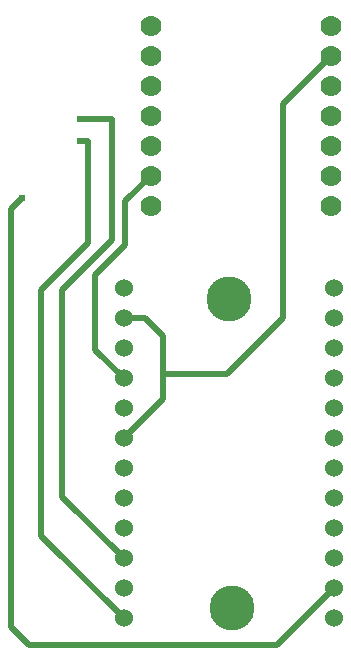
<source format=gbl>
G04 Layer: BottomLayer*
G04 EasyEDA v6.5.37, 2023-11-02 15:14:11*
G04 51ebc0fc367c43e49b7c5eeb1a90c70c,3a11b6de39944756a1cf0add2bf12301,10*
G04 Gerber Generator version 0.2*
G04 Scale: 100 percent, Rotated: No, Reflected: No *
G04 Dimensions in millimeters *
G04 leading zeros omitted , absolute positions ,4 integer and 5 decimal *
%FSLAX45Y45*%
%MOMM*%

%ADD10C,0.5000*%
%ADD11C,1.5240*%
%ADD12C,3.8100*%
%ADD13C,1.7780*%
%ADD14C,0.6200*%

%LPD*%
D10*
X1943100Y3073400D02*
G01*
X2120900Y3073400D01*
X2273300Y2921000D01*
X2273300Y2387600D01*
X1943100Y2057400D01*
X1943100Y2565400D02*
G01*
X1701800Y2806700D01*
X1701800Y3441700D01*
X1955800Y3695700D01*
X1955800Y4064000D01*
X2171700Y4279900D01*
X3695700Y5295900D02*
G01*
X3289300Y4889500D01*
X3289300Y3073400D01*
X2819400Y2603500D01*
X2273300Y2603500D01*
X1079500Y4089400D02*
G01*
X990600Y4000500D01*
X990600Y457200D01*
X1143000Y304800D01*
X3238500Y304800D01*
X3721100Y787400D01*
X1574800Y4572000D02*
G01*
X1638300Y4572000D01*
X1638300Y3708400D01*
X1244600Y3314700D01*
X1244600Y1231900D01*
X1943100Y533400D01*
X1574800Y4762500D02*
G01*
X1841500Y4762500D01*
X1841500Y3733800D01*
X1422400Y3314700D01*
X1422400Y1562100D01*
X1943100Y1041400D01*
D11*
G01*
X1943100Y3327400D03*
G01*
X1943100Y3073400D03*
G01*
X1943100Y2819400D03*
G01*
X1943100Y2565400D03*
G01*
X1943100Y2311400D03*
G01*
X1943100Y2057400D03*
G01*
X1943100Y1803400D03*
G01*
X1943100Y1549400D03*
G01*
X1943100Y1295400D03*
G01*
X1943100Y1041400D03*
G01*
X1943100Y787400D03*
G01*
X1943100Y533400D03*
G01*
X3721100Y533400D03*
G01*
X3721100Y787400D03*
G01*
X3721100Y1041400D03*
G01*
X3721100Y1295400D03*
G01*
X3721100Y1549400D03*
G01*
X3721100Y1803400D03*
G01*
X3721100Y2057400D03*
G01*
X3721100Y2311400D03*
G01*
X3721100Y2565400D03*
G01*
X3721100Y2819400D03*
G01*
X3721100Y3073400D03*
G01*
X3721100Y3327400D03*
D12*
G01*
X2832100Y3238500D03*
G01*
X2857500Y622300D03*
D13*
G01*
X2171700Y5295900D03*
G01*
X2171700Y5041900D03*
G01*
X2171700Y4787900D03*
G01*
X2171700Y4533900D03*
G01*
X2171700Y4279900D03*
G01*
X2171700Y4025900D03*
G01*
X2171700Y5549900D03*
G01*
X3695700Y5549900D03*
G01*
X3695700Y4025900D03*
G01*
X3695700Y4279900D03*
G01*
X3695700Y4533900D03*
G01*
X3695700Y4787900D03*
G01*
X3695700Y5041900D03*
G01*
X3695700Y5295900D03*
D14*
G01*
X1574800Y4572000D03*
G01*
X1079500Y4089400D03*
G01*
X1574800Y4762500D03*
M02*

</source>
